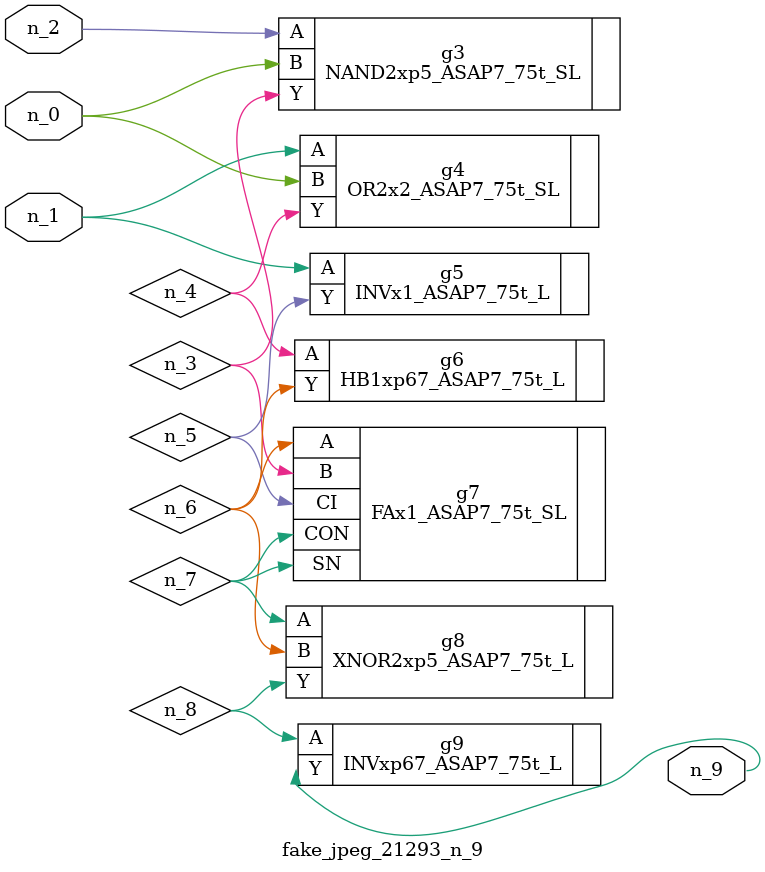
<source format=v>
module fake_jpeg_21293_n_9 (n_0, n_2, n_1, n_9);

input n_0;
input n_2;
input n_1;

output n_9;

wire n_3;
wire n_4;
wire n_8;
wire n_6;
wire n_5;
wire n_7;

NAND2xp5_ASAP7_75t_SL g3 ( 
.A(n_2),
.B(n_0),
.Y(n_3)
);

OR2x2_ASAP7_75t_SL g4 ( 
.A(n_1),
.B(n_0),
.Y(n_4)
);

INVx1_ASAP7_75t_L g5 ( 
.A(n_1),
.Y(n_5)
);

HB1xp67_ASAP7_75t_L g6 ( 
.A(n_4),
.Y(n_6)
);

FAx1_ASAP7_75t_SL g7 ( 
.A(n_6),
.B(n_3),
.CI(n_5),
.CON(n_7),
.SN(n_7)
);

XNOR2xp5_ASAP7_75t_L g8 ( 
.A(n_7),
.B(n_6),
.Y(n_8)
);

INVxp67_ASAP7_75t_L g9 ( 
.A(n_8),
.Y(n_9)
);


endmodule
</source>
